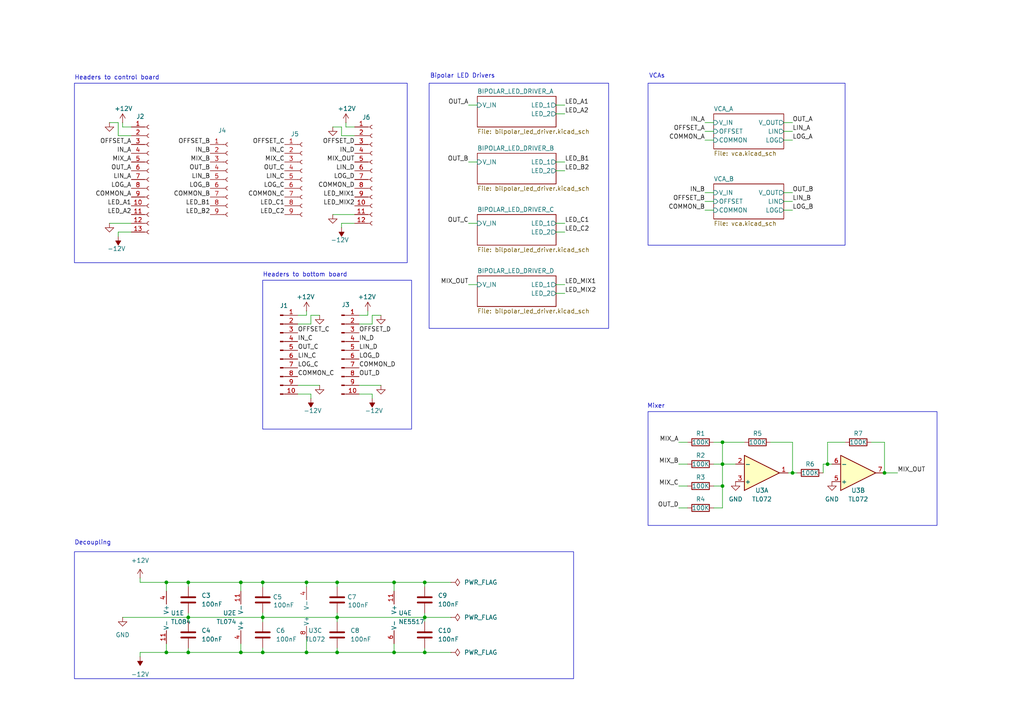
<source format=kicad_sch>
(kicad_sch (version 20250114) (generator "eeschema") (generator_version "9.0")
  (paper "A4")
  (lib_symbols
    (symbol "Connector:Conn_01x09_Socket" (pin_names (offset 1.016) (hide yes))
      (property "Reference" "J" (at 0 12.7 0))
      (property "Value" "Conn_01x09_Socket" (at 0 -12.7 0))
      (symbol "Conn_01x09_Socket_1_1"
        (polyline (pts (xy -1.27 10.16) (xy -0.508 10.16)) (stroke (width 0.1524)))
        (polyline (pts (xy -1.27 7.62) (xy -0.508 7.62)) (stroke (width 0.1524)))
        (polyline (pts (xy -1.27 5.08) (xy -0.508 5.08)) (stroke (width 0.1524)))
        (polyline (pts (xy -1.27 2.54) (xy -0.508 2.54)) (stroke (width 0.1524)))
        (polyline (pts (xy -1.27 0) (xy -0.508 0)) (stroke (width 0.1524)))
        (polyline (pts (xy -1.27 -2.54) (xy -0.508 -2.54)) (stroke (width 0.1524)))
        (polyline (pts (xy -1.27 -5.08) (xy -0.508 -5.08)) (stroke (width 0.1524)))
        (polyline (pts (xy -1.27 -7.62) (xy -0.508 -7.62)) (stroke (width 0.1524)))
        (polyline (pts (xy -1.27 -10.16) (xy -0.508 -10.16)) (stroke (width 0.1524)))
        (arc (start 0 9.652) (mid -0.5058 10.16) (end 0 10.668) (stroke (width 0.1524)))
        (arc (start 0 7.112) (mid -0.5058 7.62) (end 0 8.128) (stroke (width 0.1524)))
        (arc (start 0 4.572) (mid -0.5058 5.08) (end 0 5.588) (stroke (width 0.1524)))
        (arc (start 0 2.032) (mid -0.5058 2.54) (end 0 3.048) (stroke (width 0.1524)))
        (arc (start 0 -0.508) (mid -0.5058 0) (end 0 0.508) (stroke (width 0.1524)))
        (arc (start 0 -3.048) (mid -0.5058 -2.54) (end 0 -2.032) (stroke (width 0.1524)))
        (arc (start 0 -5.588) (mid -0.5058 -5.08) (end 0 -4.572) (stroke (width 0.1524)))
        (arc (start 0 -8.128) (mid -0.5058 -7.62) (end 0 -7.112) (stroke (width 0.1524)))
        (arc (start 0 -10.668) (mid -0.5058 -10.16) (end 0 -9.652) (stroke (width 0.1524)))
        (pin passive line (at -5.08 10.16 0) (length 3.81) (name "Pin_1") (number "1"))
        (pin passive line (at -5.08 7.62 0) (length 3.81) (name "Pin_2") (number "2"))
        (pin passive line (at -5.08 5.08 0) (length 3.81) (name "Pin_3") (number "3"))
        (pin passive line (at -5.08 2.54 0) (length 3.81) (name "Pin_4") (number "4"))
        (pin passive line (at -5.08 0 0) (length 3.81) (name "Pin_5") (number "5"))
        (pin passive line (at -5.08 -2.54 0) (length 3.81) (name "Pin_6") (number "6"))
        (pin passive line (at -5.08 -5.08 0) (length 3.81) (name "Pin_7") (number "7"))
        (pin passive line (at -5.08 -7.62 0) (length 3.81) (name "Pin_8") (number "8"))
        (pin passive line (at -5.08 -10.16 0) (length 3.81) (name "Pin_9") (number "9"))
      )
    )
    (symbol "Connector:Conn_01x10_Pin" (pin_names (offset 1.016) (hide yes))
      (property "Reference" "J" (at 0 12.7 0))
      (property "Value" "Conn_01x10_Pin" (at 0 -15.24 0))
      (symbol "Conn_01x10_Pin_1_1"
        (rectangle (start 0.8636 10.287) (end 0 10.033) (stroke (width 0.1524)) (fill (type outline)))
        (rectangle (start 0.8636 7.747) (end 0 7.493) (stroke (width 0.1524)) (fill (type outline)))
        (rectangle (start 0.8636 5.207) (end 0 4.953) (stroke (width 0.1524)) (fill (type outline)))
        (rectangle (start 0.8636 2.667) (end 0 2.413) (stroke (width 0.1524)) (fill (type outline)))
        (rectangle (start 0.8636 0.127) (end 0 -0.127) (stroke (width 0.1524)) (fill (type outline)))
        (rectangle (start 0.8636 -2.413) (end 0 -2.667) (stroke (width 0.1524)) (fill (type outline)))
        (rectangle (start 0.8636 -4.953) (end 0 -5.207) (stroke (width 0.1524)) (fill (type outline)))
        (rectangle (start 0.8636 -7.493) (end 0 -7.747) (stroke (width 0.1524)) (fill (type outline)))
        (rectangle (start 0.8636 -10.033) (end 0 -10.287) (stroke (width 0.1524)) (fill (type outline)))
        (rectangle (start 0.8636 -12.573) (end 0 -12.827) (stroke (width 0.1524)) (fill (type outline)))
        (polyline (pts (xy 1.27 10.16) (xy 0.8636 10.16)) (stroke (width 0.1524)))
        (polyline (pts (xy 1.27 7.62) (xy 0.8636 7.62)) (stroke (width 0.1524)))
        (polyline (pts (xy 1.27 5.08) (xy 0.8636 5.08)) (stroke (width 0.1524)))
        (polyline (pts (xy 1.27 2.54) (xy 0.8636 2.54)) (stroke (width 0.1524)))
        (polyline (pts (xy 1.27 0) (xy 0.8636 0)) (stroke (width 0.1524)))
        (polyline (pts (xy 1.27 -2.54) (xy 0.8636 -2.54)) (stroke (width 0.1524)))
        (polyline (pts (xy 1.27 -5.08) (xy 0.8636 -5.08)) (stroke (width 0.1524)))
        (polyline (pts (xy 1.27 -7.62) (xy 0.8636 -7.62)) (stroke (width 0.1524)))
        (polyline (pts (xy 1.27 -10.16) (xy 0.8636 -10.16)) (stroke (width 0.1524)))
        (polyline (pts (xy 1.27 -12.7) (xy 0.8636 -12.7)) (stroke (width 0.1524)))
        (pin passive line (at 5.08 10.16 180) (length 3.81) (name "Pin_1") (number "1"))
        (pin passive line (at 5.08 7.62 180) (length 3.81) (name "Pin_2") (number "2"))
        (pin passive line (at 5.08 5.08 180) (length 3.81) (name "Pin_3") (number "3"))
        (pin passive line (at 5.08 2.54 180) (length 3.81) (name "Pin_4") (number "4"))
        (pin passive line (at 5.08 0 180) (length 3.81) (name "Pin_5") (number "5"))
        (pin passive line (at 5.08 -2.54 180) (length 3.81) (name "Pin_6") (number "6"))
        (pin passive line (at 5.08 -5.08 180) (length 3.81) (name "Pin_7") (number "7"))
        (pin passive line (at 5.08 -7.62 180) (length 3.81) (name "Pin_8") (number "8"))
        (pin passive line (at 5.08 -10.16 180) (length 3.81) (name "Pin_9") (number "9"))
        (pin passive line (at 5.08 -12.7 180) (length 3.81) (name "Pin_10") (number "10"))
      )
    )
    (symbol "Connector:Conn_01x12_Socket" (pin_names (offset 1.016) (hide yes))
      (property "Reference" "J" (at 0 15.24 0))
      (property "Value" "Conn_01x12_Socket" (at 0 -17.78 0))
      (symbol "Conn_01x12_Socket_1_1"
        (polyline (pts (xy -1.27 12.7) (xy -0.508 12.7)) (stroke (width 0.1524)))
        (polyline (pts (xy -1.27 10.16) (xy -0.508 10.16)) (stroke (width 0.1524)))
        (polyline (pts (xy -1.27 7.62) (xy -0.508 7.62)) (stroke (width 0.1524)))
        (polyline (pts (xy -1.27 5.08) (xy -0.508 5.08)) (stroke (width 0.1524)))
        (polyline (pts (xy -1.27 2.54) (xy -0.508 2.54)) (stroke (width 0.1524)))
        (polyline (pts (xy -1.27 0) (xy -0.508 0)) (stroke (width 0.1524)))
        (polyline (pts (xy -1.27 -2.54) (xy -0.508 -2.54)) (stroke (width 0.1524)))
        (polyline (pts (xy -1.27 -5.08) (xy -0.508 -5.08)) (stroke (width 0.1524)))
        (polyline (pts (xy -1.27 -7.62) (xy -0.508 -7.62)) (stroke (width 0.1524)))
        (polyline (pts (xy -1.27 -10.16) (xy -0.508 -10.16)) (stroke (width 0.1524)))
        (polyline (pts (xy -1.27 -12.7) (xy -0.508 -12.7)) (stroke (width 0.1524)))
        (polyline (pts (xy -1.27 -15.24) (xy -0.508 -15.24)) (stroke (width 0.1524)))
        (arc (start 0 12.192) (mid -0.5058 12.7) (end 0 13.208) (stroke (width 0.1524)))
        (arc (start 0 9.652) (mid -0.5058 10.16) (end 0 10.668) (stroke (width 0.1524)))
        (arc (start 0 7.112) (mid -0.5058 7.62) (end 0 8.128) (stroke (width 0.1524)))
        (arc (start 0 4.572) (mid -0.5058 5.08) (end 0 5.588) (stroke (width 0.1524)))
        (arc (start 0 2.032) (mid -0.5058 2.54) (end 0 3.048) (stroke (width 0.1524)))
        (arc (start 0 -0.508) (mid -0.5058 0) (end 0 0.508) (stroke (width 0.1524)))
        (arc (start 0 -3.048) (mid -0.5058 -2.54) (end 0 -2.032) (stroke (width 0.1524)))
        (arc (start 0 -5.588) (mid -0.5058 -5.08) (end 0 -4.572) (stroke (width 0.1524)))
        (arc (start 0 -8.128) (mid -0.5058 -7.62) (end 0 -7.112) (stroke (width 0.1524)))
        (arc (start 0 -10.668) (mid -0.5058 -10.16) (end 0 -9.652) (stroke (width 0.1524)))
        (arc (start 0 -13.208) (mid -0.5058 -12.7) (end 0 -12.192) (stroke (width 0.1524)))
        (arc (start 0 -15.748) (mid -0.5058 -15.24) (end 0 -14.732) (stroke (width 0.1524)))
        (pin passive line (at -5.08 12.7 0) (length 3.81) (name "Pin_1") (number "1"))
        (pin passive line (at -5.08 10.16 0) (length 3.81) (name "Pin_2") (number "2"))
        (pin passive line (at -5.08 7.62 0) (length 3.81) (name "Pin_3") (number "3"))
        (pin passive line (at -5.08 5.08 0) (length 3.81) (name "Pin_4") (number "4"))
        (pin passive line (at -5.08 2.54 0) (length 3.81) (name "Pin_5") (number "5"))
        (pin passive line (at -5.08 0 0) (length 3.81) (name "Pin_6") (number "6"))
        (pin passive line (at -5.08 -2.54 0) (length 3.81) (name "Pin_7") (number "7"))
        (pin passive line (at -5.08 -5.08 0) (length 3.81) (name "Pin_8") (number "8"))
        (pin passive line (at -5.08 -7.62 0) (length 3.81) (name "Pin_9") (number "9"))
        (pin passive line (at -5.08 -10.16 0) (length 3.81) (name "Pin_10") (number "10"))
        (pin passive line (at -5.08 -12.7 0) (length 3.81) (name "Pin_11") (number "11"))
        (pin passive line (at -5.08 -15.24 0) (length 3.81) (name "Pin_12") (number "12"))
      )
    )
    (symbol "Connector:Conn_01x13_Socket" (pin_names (offset 1.016) (hide yes))
      (property "Reference" "J" (at 0 17.78 0))
      (property "Value" "Conn_01x13_Socket" (at 0 -17.78 0))
      (symbol "Conn_01x13_Socket_1_1"
        (polyline (pts (xy -1.27 15.24) (xy -0.508 15.24)) (stroke (width 0.1524)))
        (polyline (pts (xy -1.27 12.7) (xy -0.508 12.7)) (stroke (width 0.1524)))
        (polyline (pts (xy -1.27 10.16) (xy -0.508 10.16)) (stroke (width 0.1524)))
        (polyline (pts (xy -1.27 7.62) (xy -0.508 7.62)) (stroke (width 0.1524)))
        (polyline (pts (xy -1.27 5.08) (xy -0.508 5.08)) (stroke (width 0.1524)))
        (polyline (pts (xy -1.27 2.54) (xy -0.508 2.54)) (stroke (width 0.1524)))
        (polyline (pts (xy -1.27 0) (xy -0.508 0)) (stroke (width 0.1524)))
        (polyline (pts (xy -1.27 -2.54) (xy -0.508 -2.54)) (stroke (width 0.1524)))
        (polyline (pts (xy -1.27 -5.08) (xy -0.508 -5.08)) (stroke (width 0.1524)))
        (polyline (pts (xy -1.27 -7.62) (xy -0.508 -7.62)) (stroke (width 0.1524)))
        (polyline (pts (xy -1.27 -10.16) (xy -0.508 -10.16)) (stroke (width 0.1524)))
        (polyline (pts (xy -1.27 -12.7) (xy -0.508 -12.7)) (stroke (width 0.1524)))
        (polyline (pts (xy -1.27 -15.24) (xy -0.508 -15.24)) (stroke (width 0.1524)))
        (arc (start 0 14.732) (mid -0.5058 15.24) (end 0 15.748) (stroke (width 0.1524)))
        (arc (start 0 12.192) (mid -0.5058 12.7) (end 0 13.208) (stroke (width 0.1524)))
        (arc (start 0 9.652) (mid -0.5058 10.16) (end 0 10.668) (stroke (width 0.1524)))
        (arc (start 0 7.112) (mid -0.5058 7.62) (end 0 8.128) (stroke (width 0.1524)))
        (arc (start 0 4.572) (mid -0.5058 5.08) (end 0 5.588) (stroke (width 0.1524)))
        (arc (start 0 2.032) (mid -0.5058 2.54) (end 0 3.048) (stroke (width 0.1524)))
        (arc (start 0 -0.508) (mid -0.5058 0) (end 0 0.508) (stroke (width 0.1524)))
        (arc (start 0 -3.048) (mid -0.5058 -2.54) (end 0 -2.032) (stroke (width 0.1524)))
        (arc (start 0 -5.588) (mid -0.5058 -5.08) (end 0 -4.572) (stroke (width 0.1524)))
        (arc (start 0 -8.128) (mid -0.5058 -7.62) (end 0 -7.112) (stroke (width 0.1524)))
        (arc (start 0 -10.668) (mid -0.5058 -10.16) (end 0 -9.652) (stroke (width 0.1524)))
        (arc (start 0 -13.208) (mid -0.5058 -12.7) (end 0 -12.192) (stroke (width 0.1524)))
        (arc (start 0 -15.748) (mid -0.5058 -15.24) (end 0 -14.732) (stroke (width 0.1524)))
        (pin passive line (at -5.08 15.24 0) (length 3.81) (name "Pin_1") (number "1"))
        (pin passive line (at -5.08 12.7 0) (length 3.81) (name "Pin_2") (number "2"))
        (pin passive line (at -5.08 10.16 0) (length 3.81) (name "Pin_3") (number "3"))
        (pin passive line (at -5.08 7.62 0) (length 3.81) (name "Pin_4") (number "4"))
        (pin passive line (at -5.08 5.08 0) (length 3.81) (name "Pin_5") (number "5"))
        (pin passive line (at -5.08 2.54 0) (length 3.81) (name "Pin_6") (number "6"))
        (pin passive line (at -5.08 0 0) (length 3.81) (name "Pin_7") (number "7"))
        (pin passive line (at -5.08 -2.54 0) (length 3.81) (name "Pin_8") (number "8"))
        (pin passive line (at -5.08 -5.08 0) (length 3.81) (name "Pin_9") (number "9"))
        (pin passive line (at -5.08 -7.62 0) (length 3.81) (name "Pin_10") (number "10"))
        (pin passive line (at -5.08 -10.16 0) (length 3.81) (name "Pin_11") (number "11"))
        (pin passive line (at -5.08 -12.7 0) (length 3.81) (name "Pin_12") (number "12"))
        (pin passive line (at -5.08 -15.24 0) (length 3.81) (name "Pin_13") (number "13"))
      )
    )
    (symbol "Eurorack Common:C_100nF_50V_X7R_2.5mm" (pin_numbers (hide yes)) (pin_names (offset 0.254))
      (property "Reference" "C" (at 0.635 2.54 0))
      (property "Value" "100nF" (at 0.635 -2.54 0))
      (symbol "C_100nF_50V_X7R_2.5mm_0_1"
        (polyline (pts (xy -2.032 0.762) (xy 2.032 0.762)) (stroke (width 0.508)))
        (polyline (pts (xy -2.032 -0.762) (xy 2.032 -0.762)) (stroke (width 0.508)))
      )
      (symbol "C_100nF_50V_X7R_2.5mm_1_1"
        (pin passive line (at 0 3.81 270) (length 2.794) (name "~") (number "1"))
        (pin passive line (at 0 -3.81 90) (length 2.794) (name "~") (number "2"))
      )
    )
    (symbol "Eurorack Common:NE5517DR2G" (pin_names (offset 0.127))
      (property "Reference" "U" (at 3.81 5.08 0))
      (property "Value" "NE5517DR2G" (at 5.08 -5.08 0))
      (symbol "NE5517DR2G_1_1"
        (polyline (pts (xy 3.81 -0.635) (xy 3.81 -2.54) (xy 5.08 -2.54)))
        (polyline (pts (xy 5.08 0) (xy -5.08 -5.08) (xy -5.08 5.08) (xy 5.08 0)) (stroke (width 0.254)) (fill (type background)))
        (pin input line (at -7.62 2.54 0) (length 2.54) (name "-") (number "13"))
        (pin input line (at -7.62 0 0) (length 2.54) (name "DIODE_BIAS") (number "15"))
        (pin input line (at -7.62 -2.54 0) (length 2.54) (name "+") (number "14"))
        (pin output line (at 7.62 0 180) (length 2.54) (name "~") (number "12"))
        (pin input line (at 7.62 -2.54 180) (length 2.54) (name "~") (number "16"))
      )
      (symbol "NE5517DR2G_2_0"
        (polyline (pts (xy -1.905 2.54) (xy -3.175 2.54)))
      )
      (symbol "NE5517DR2G_2_1"
        (polyline (pts (xy -3.81 1.27) (xy -3.81 -1.27)))
        (polyline (pts (xy -3.81 0.635) (xy -2.54 1.27) (xy -2.54 1.905) (xy -2.54 2.54)))
        (polyline (pts (xy -3.81 -0.635) (xy -2.54 -1.27)))
        (circle (center -2.54 1.905) (radius 0.254) (stroke (width 0.254)) (fill (type outline)))
        (polyline (pts (xy -2.54 0) (xy -2.54 -2.54)))
        (polyline (pts (xy -2.54 -0.635) (xy -1.27 0) (xy -1.27 1.905) (xy -2.54 1.905)))
        (polyline (pts (xy -2.54 -1.27) (xy -3.175 -0.635) (xy -3.175 -1.27) (xy -2.54 -1.27)) (fill (type outline)))
        (polyline (pts (xy -2.54 -1.905) (xy -1.27 -2.54)))
        (polyline (pts (xy -1.27 -2.54) (xy -1.905 -1.905) (xy -1.905 -2.54) (xy -1.27 -2.54)) (fill (type outline)))
        (text "V+" (at -2.54 3.81 0) (effects (font (size 1.27 1.27))))
        (pin input line (at -7.62 0 0) (length 3.81) (name "~") (number "10"))
        (pin output line (at 2.54 -2.54 180) (length 3.81) (name "~") (number "9"))
      )
      (symbol "NE5517DR2G_3_1"
        (polyline (pts (xy 3.81 -0.635) (xy 3.81 -2.54) (xy 5.08 -2.54)))
        (polyline (pts (xy 5.08 0) (xy -5.08 -5.08) (xy -5.08 5.08) (xy 5.08 0)) (stroke (width 0.254)) (fill (type background)))
        (pin input line (at -7.62 2.54 0) (length 2.54) (name "-") (number "4"))
        (pin input line (at -7.62 0 0) (length 2.54) (name "DIODE_BIAS") (number "2"))
        (pin input line (at -7.62 -2.54 0) (length 2.54) (name "+") (number "3"))
        (pin output line (at 7.62 0 180) (length 2.54) (name "~") (number "5"))
        (pin input line (at 7.62 -2.54 180) (length 2.54) (name "~") (number "1"))
      )
      (symbol "NE5517DR2G_4_0"
        (polyline (pts (xy -3.175 2.54) (xy -1.905 2.54)))
        (text "V+" (at -2.54 3.81 0) (effects (font (size 1.27 1.27))))
      )
      (symbol "NE5517DR2G_4_1"
        (polyline (pts (xy -3.81 1.27) (xy -3.81 -1.27)))
        (polyline (pts (xy -3.81 0.635) (xy -2.54 1.27) (xy -2.54 2.54)))
        (polyline (pts (xy -3.81 -0.635) (xy -2.54 -1.27)))
        (circle (center -2.54 1.905) (radius 0.254) (stroke (width 0.254)) (fill (type outline)))
        (polyline (pts (xy -2.54 0) (xy -2.54 -2.54)))
        (polyline (pts (xy -2.54 -0.635) (xy -1.27 0) (xy -1.27 1.905) (xy -2.54 1.905)))
        (polyline (pts (xy -2.54 -1.27) (xy -3.175 -0.635) (xy -3.175 -1.27) (xy -2.54 -1.27)) (fill (type outline)))
        (polyline (pts (xy -2.54 -1.905) (xy -1.27 -2.54)))
        (polyline (pts (xy -1.27 -2.54) (xy -1.905 -1.905) (xy -1.905 -2.54) (xy -1.27 -2.54)) (fill (type outline)))
        (pin input line (at -7.62 0 0) (length 3.81) (name "~") (number "7"))
        (pin output line (at 2.54 -2.54 180) (length 3.81) (name "~") (number "8"))
      )
      (symbol "NE5517DR2G_5_1"
        (pin power_in line (at -2.54 7.62 270) (length 3.81) (name "V+") (number "11"))
        (pin power_in line (at -2.54 -7.62 90) (length 3.81) (name "V-") (number "6"))
      )
    )
    (symbol "Eurorack Common:R_DIN0207" (pin_numbers (hide yes)) (pin_names (offset 0))
      (property "Reference" "R" (at 2.032 0 90))
      (property "Value" "R" (at 0 0 90))
      (symbol "R_DIN0207_0_1"
        (rectangle (start -1.016 2.54) (end 1.016 -2.54) (stroke (width 0.254)))
      )
      (symbol "R_DIN0207_1_1"
        (pin passive line (at 0 3.81 270) (length 1.27) (name "~") (number "1"))
        (pin passive line (at 0 -3.81 90) (length 1.27) (name "~") (number "2"))
      )
    )
    (symbol "Eurorack Common:TL072IP" (pin_names (offset 0.127))
      (property "Reference" "U" (at 0 5.08 0))
      (property "Value" "TL072IP" (at 0 -5.08 0))
      (symbol "TL072IP_1_1"
        (polyline (pts (xy -5.08 5.08) (xy 5.08 0) (xy -5.08 -5.08) (xy -5.08 5.08)) (stroke (width 0.254)) (fill (type background)))
        (pin input line (at -7.62 2.54 0) (length 2.54) (name "+") (number "3"))
        (pin input line (at -7.62 -2.54 0) (length 2.54) (name "-") (number "2"))
        (pin output line (at 7.62 0 180) (length 2.54) (name "~") (number "1"))
      )
      (symbol "TL072IP_2_1"
        (polyline (pts (xy -5.08 5.08) (xy 5.08 0) (xy -5.08 -5.08) (xy -5.08 5.08)) (stroke (width 0.254)) (fill (type background)))
        (pin input line (at -7.62 2.54 0) (length 2.54) (name "+") (number "5"))
        (pin input line (at -7.62 -2.54 0) (length 2.54) (name "-") (number "6"))
        (pin output line (at 7.62 0 180) (length 2.54) (name "~") (number "7"))
      )
      (symbol "TL072IP_3_1"
        (pin power_in line (at -2.54 7.62 270) (length 3.81) (name "V+") (number "8"))
        (pin power_in line (at -2.54 -7.62 90) (length 3.81) (name "V-") (number "4"))
      )
    )
    (symbol "Eurorack Common:TL074CN" (pin_names (offset 0.127))
      (property "Reference" "U" (at 0 5.08 0))
      (property "Value" "TL074" (at 0 -5.08 0))
      (symbol "TL074CN_1_1"
        (polyline (pts (xy -5.08 5.08) (xy 5.08 0) (xy -5.08 -5.08) (xy -5.08 5.08)) (stroke (width 0.254)) (fill (type background)))
        (pin input line (at -7.62 2.54 0) (length 2.54) (name "+") (number "3"))
        (pin input line (at -7.62 -2.54 0) (length 2.54) (name "-") (number "2"))
        (pin output line (at 7.62 0 180) (length 2.54) (name "~") (number "1"))
      )
      (symbol "TL074CN_2_1"
        (polyline (pts (xy -5.08 5.08) (xy 5.08 0) (xy -5.08 -5.08) (xy -5.08 5.08)) (stroke (width 0.254)) (fill (type background)))
        (pin input line (at -7.62 2.54 0) (length 2.54) (name "+") (number "5"))
        (pin input line (at -7.62 -2.54 0) (length 2.54) (name "-") (number "6"))
        (pin output line (at 7.62 0 180) (length 2.54) (name "~") (number "7"))
      )
      (symbol "TL074CN_3_1"
        (polyline (pts (xy -5.08 5.08) (xy 5.08 0) (xy -5.08 -5.08) (xy -5.08 5.08)) (stroke (width 0.254)) (fill (type background)))
        (pin input line (at -7.62 2.54 0) (length 2.54) (name "+") (number "10"))
        (pin input line (at -7.62 -2.54 0) (length 2.54) (name "-") (number "9"))
        (pin output line (at 7.62 0 180) (length 2.54) (name "~") (number "8"))
      )
      (symbol "TL074CN_4_1"
        (polyline (pts (xy -5.08 5.08) (xy 5.08 0) (xy -5.08 -5.08) (xy -5.08 5.08)) (stroke (width 0.254)) (fill (type background)))
        (pin input line (at -7.62 2.54 0) (length 2.54) (name "+") (number "12"))
        (pin input line (at -7.62 -2.54 0) (length 2.54) (name "-") (number "13"))
        (pin output line (at 7.62 0 180) (length 2.54) (name "~") (number "14"))
      )
      (symbol "TL074CN_5_1"
        (pin power_in line (at -2.54 7.62 270) (length 3.81) (name "V+") (number "4"))
        (pin power_in line (at -2.54 -7.62 90) (length 3.81) (name "V-") (number "11"))
      )
    )
    (symbol "Eurorack Common:TL084HIDYYR" (pin_names (offset 0.127))
      (property "Reference" "U" (at 0 5.08 0))
      (property "Value" "TL084" (at 0 -5.08 0))
      (symbol "TL084HIDYYR_1_1"
        (polyline (pts (xy -5.08 5.08) (xy 5.08 0) (xy -5.08 -5.08) (xy -5.08 5.08)) (stroke (width 0.254)) (fill (type background)))
        (pin input line (at -7.62 2.54 0) (length 2.54) (name "+") (number "3"))
        (pin input line (at -7.62 -2.54 0) (length 2.54) (name "-") (number "2"))
        (pin output line (at 7.62 0 180) (length 2.54) (name "~") (number "1"))
      )
      (symbol "TL084HIDYYR_2_1"
        (polyline (pts (xy -5.08 5.08) (xy 5.08 0) (xy -5.08 -5.08) (xy -5.08 5.08)) (stroke (width 0.254)) (fill (type background)))
        (pin input line (at -7.62 2.54 0) (length 2.54) (name "+") (number "5"))
        (pin input line (at -7.62 -2.54 0) (length 2.54) (name "-") (number "6"))
        (pin output line (at 7.62 0 180) (length 2.54) (name "~") (number "7"))
      )
      (symbol "TL084HIDYYR_3_1"
        (polyline (pts (xy -5.08 5.08) (xy 5.08 0) (xy -5.08 -5.08) (xy -5.08 5.08)) (stroke (width 0.254)) (fill (type background)))
        (pin input line (at -7.62 2.54 0) (length 2.54) (name "+") (number "10"))
        (pin input line (at -7.62 -2.54 0) (length 2.54) (name "-") (number "9"))
        (pin output line (at 7.62 0 180) (length 2.54) (name "~") (number "8"))
      )
      (symbol "TL084HIDYYR_4_1"
        (polyline (pts (xy -5.08 5.08) (xy 5.08 0) (xy -5.08 -5.08) (xy -5.08 5.08)) (stroke (width 0.254)) (fill (type background)))
        (pin input line (at -7.62 2.54 0) (length 2.54) (name "+") (number "12"))
        (pin input line (at -7.62 -2.54 0) (length 2.54) (name "-") (number "13"))
        (pin output line (at 7.62 0 180) (length 2.54) (name "~") (number "14"))
      )
      (symbol "TL084HIDYYR_5_1"
        (pin power_in line (at -2.54 7.62 270) (length 3.81) (name "V+") (number "4"))
        (pin power_in line (at -2.54 -7.62 90) (length 3.81) (name "V-") (number "11"))
      )
    )
    (symbol "power:+12V" (power) (pin_numbers (hide yes)) (pin_names (offset 0) (hide yes))
      (property "Value" "+12V" (at 0 3.556 0))
      (symbol "+12V_0_1"
        (polyline (pts (xy -0.762 1.27) (xy 0 2.54)))
        (polyline (pts (xy 0 2.54) (xy 0.762 1.27)))
        (polyline (pts (xy 0 0) (xy 0 2.54)))
      )
      (symbol "+12V_1_1"
        (pin power_in line (at 0 0 90) (length 0) (name "~") (number "1"))
      )
    )
    (symbol "power:-12V" (power) (pin_numbers (hide yes)) (pin_names (offset 0) (hide yes))
      (property "Value" "-12V" (at 0 3.556 0))
      (symbol "-12V_0_0"
        (pin power_in line (at 0 0 90) (length 0) (name "~") (number "1"))
      )
      (symbol "-12V_0_1"
        (polyline (pts (xy 0 0) (xy 0 1.27) (xy 0.762 1.27) (xy 0 2.54) (xy -0.762 1.27) (xy 0 1.27)) (fill (type outline)))
      )
    )
    (symbol "power:GND" (power) (pin_numbers (hide yes)) (pin_names (offset 0) (hide yes))
      (property "Value" "GND" (at 0 -3.81 0))
      (symbol "GND_0_1"
        (polyline (pts (xy 0 0) (xy 0 -1.27) (xy 1.27 -1.27) (xy 0 -2.54) (xy -1.27 -1.27) (xy 0 -1.27)))
      )
      (symbol "GND_1_1"
        (pin power_in line (at 0 0 270) (length 0) (name "~") (number "1"))
      )
    )
    (symbol "power:PWR_FLAG" (power) (pin_numbers (hide yes)) (pin_names (offset 0) (hide yes))
      (property "Value" "PWR_FLAG" (at 0 3.81 0))
      (symbol "PWR_FLAG_0_0"
        (pin power_out line (at 0 0 90) (length 0) (name "~") (number "1"))
      )
      (symbol "PWR_FLAG_0_1"
        (polyline (pts (xy 0 0) (xy 0 1.27) (xy -1.016 1.905) (xy 0 2.54) (xy 1.016 1.905) (xy 0 1.27)))
      )
    )
  )
  (rectangle (start 76.2 81.28) (end 119.38 124.46))
  (rectangle (start 187.96 119.38) (end 271.78 152.4))
  (rectangle (start 124.46 24.13) (end 176.53 95.25))
  (rectangle (start 21.59 160.02) (end 166.37 196.85))
  (rectangle (start 187.96 24.13) (end 245.11 71.12))
  (rectangle (start 21.59 24.13) (end 118.11 76.2))
  (text "VCAs" (at 188.214 22.098 0) (effects (font (size 1.27 1.27)) (justify left)))
  (text "Mixer" (at 187.706 117.856 0) (effects (font (size 1.27 1.27)) (justify left)))
  (text "Headers to bottom board" (at 76.2 79.756 0) (effects (font (size 1.27 1.27)) (justify left)))
  (text "Bipolar LED Drivers" (at 124.714 22.098 0) (effects (font (size 1.27 1.27)) (justify left)))
  (text "Decoupling" (at 21.59 157.48 0) (effects (font (size 1.27 1.27)) (justify left)))
  (text "Headers to control board" (at 21.59 22.606 0) (effects (font (size 1.27 1.27)) (justify left)))
  (junction (at 69.85 168.91))
  (junction (at 54.61 179.07))
  (junction (at 69.85 189.23))
  (junction (at 123.19 179.07))
  (junction (at 240.03 134.62))
  (junction (at 48.26 168.91))
  (junction (at 54.61 189.23))
  (junction (at 114.3 189.23))
  (junction (at 114.3 168.91))
  (junction (at 229.87 137.16))
  (junction (at 97.79 179.07))
  (junction (at 209.55 128.27))
  (junction (at 88.9 168.91))
  (junction (at 76.2 179.07))
  (junction (at 76.2 168.91))
  (junction (at 123.19 168.91))
  (junction (at 48.26 189.23))
  (junction (at 54.61 168.91))
  (junction (at 97.79 168.91))
  (junction (at 209.55 134.62))
  (junction (at 76.2 189.23))
  (junction (at 209.55 140.97))
  (junction (at 97.79 189.23))
  (junction (at 88.9 189.23))
  (junction (at 256.54 137.16))
  (junction (at 123.19 189.23))
  (wire (pts (xy 204.47 40.64) (xy 207.01 40.64)))
  (wire (pts (xy 229.87 137.16) (xy 228.6 137.16)))
  (wire (pts (xy 107.95 115.57) (xy 107.95 114.3)))
  (wire (pts (xy 209.55 128.27) (xy 209.55 134.62)))
  (wire (pts (xy 54.61 189.23) (xy 54.61 187.96)))
  (wire (pts (xy 161.29 30.48) (xy 163.83 30.48)))
  (wire (pts (xy 209.55 134.62) (xy 209.55 140.97)))
  (wire (pts (xy 161.29 82.55) (xy 163.83 82.55)))
  (wire (pts (xy 90.17 114.3) (xy 86.36 114.3)))
  (wire (pts (xy 54.61 189.23) (xy 69.85 189.23)))
  (wire (pts (xy 240.03 134.62) (xy 241.3 134.62)))
  (wire (pts (xy 76.2 179.07) (xy 76.2 180.34)))
  (wire (pts (xy 104.14 91.44) (xy 106.68 91.44)))
  (wire (pts (xy 123.19 177.8) (xy 123.19 179.07)))
  (wire (pts (xy 104.14 111.76) (xy 110.49 111.76)))
  (wire (pts (xy 135.89 64.77) (xy 138.43 64.77)))
  (wire (pts (xy 102.87 39.37) (xy 99.06 39.37)))
  (wire (pts (xy 90.17 91.44) (xy 92.71 91.44)))
  (wire (pts (xy 54.61 179.07) (xy 54.61 180.34)))
  (wire (pts (xy 97.79 179.07) (xy 123.19 179.07)))
  (wire (pts (xy 161.29 49.53) (xy 163.83 49.53)))
  (wire (pts (xy 209.55 134.62) (xy 213.36 134.62)))
  (wire (pts (xy 196.85 147.32) (xy 199.39 147.32)))
  (wire (pts (xy 76.2 168.91) (xy 76.2 170.18)))
  (wire (pts (xy 88.9 189.23) (xy 97.79 189.23)))
  (wire (pts (xy 88.9 91.44) (xy 88.9 90.17)))
  (wire (pts (xy 227.33 58.42) (xy 229.87 58.42)))
  (wire (pts (xy 240.03 134.62) (xy 240.03 128.27)))
  (wire (pts (xy 40.64 167.64) (xy 40.64 168.91)))
  (wire (pts (xy 34.29 68.58) (xy 34.29 67.31)))
  (wire (pts (xy 227.33 38.1) (xy 229.87 38.1)))
  (wire (pts (xy 38.1 64.77) (xy 31.75 64.77)))
  (wire (pts (xy 76.2 189.23) (xy 88.9 189.23)))
  (wire (pts (xy 38.1 39.37) (xy 34.29 39.37)))
  (wire (pts (xy 102.87 36.83) (xy 100.33 36.83)))
  (wire (pts (xy 99.06 66.04) (xy 99.06 64.77)))
  (wire (pts (xy 123.19 168.91) (xy 130.81 168.91)))
  (wire (pts (xy 161.29 46.99) (xy 163.83 46.99)))
  (wire (pts (xy 107.95 114.3) (xy 104.14 114.3)))
  (wire (pts (xy 90.17 115.57) (xy 90.17 114.3)))
  (wire (pts (xy 123.19 179.07) (xy 123.19 180.34)))
  (wire (pts (xy 86.36 91.44) (xy 88.9 91.44)))
  (wire (pts (xy 90.17 93.98) (xy 90.17 91.44)))
  (wire (pts (xy 48.26 186.69) (xy 48.26 189.23)))
  (wire (pts (xy 54.61 177.8) (xy 54.61 179.07)))
  (wire (pts (xy 107.95 91.44) (xy 110.49 91.44)))
  (wire (pts (xy 88.9 185.42) (xy 88.9 189.23)))
  (wire (pts (xy 99.06 39.37) (xy 99.06 36.83)))
  (wire (pts (xy 97.79 179.07) (xy 97.79 180.34)))
  (wire (pts (xy 135.89 46.99) (xy 138.43 46.99)))
  (wire (pts (xy 99.06 36.83) (xy 96.52 36.83)))
  (wire (pts (xy 97.79 189.23) (xy 114.3 189.23)))
  (wire (pts (xy 104.14 93.98) (xy 107.95 93.98)))
  (wire (pts (xy 207.01 134.62) (xy 209.55 134.62)))
  (wire (pts (xy 114.3 189.23) (xy 123.19 189.23)))
  (wire (pts (xy 76.2 189.23) (xy 76.2 187.96)))
  (wire (pts (xy 229.87 128.27) (xy 229.87 137.16)))
  (wire (pts (xy 86.36 111.76) (xy 92.71 111.76)))
  (wire (pts (xy 86.36 93.98) (xy 90.17 93.98)))
  (wire (pts (xy 196.85 128.27) (xy 199.39 128.27)))
  (wire (pts (xy 223.52 128.27) (xy 229.87 128.27)))
  (wire (pts (xy 48.26 168.91) (xy 48.26 171.45)))
  (wire (pts (xy 229.87 137.16) (xy 231.14 137.16)))
  (wire (pts (xy 227.33 60.96) (xy 229.87 60.96)))
  (wire (pts (xy 54.61 179.07) (xy 76.2 179.07)))
  (wire (pts (xy 209.55 140.97) (xy 209.55 147.32)))
  (wire (pts (xy 135.89 30.48) (xy 138.43 30.48)))
  (wire (pts (xy 107.95 93.98) (xy 107.95 91.44)))
  (wire (pts (xy 209.55 140.97) (xy 207.01 140.97)))
  (wire (pts (xy 209.55 147.32) (xy 207.01 147.32)))
  (wire (pts (xy 106.68 91.44) (xy 106.68 90.17)))
  (wire (pts (xy 204.47 58.42) (xy 207.01 58.42)))
  (wire (pts (xy 238.76 134.62) (xy 240.03 134.62)))
  (wire (pts (xy 69.85 168.91) (xy 76.2 168.91)))
  (wire (pts (xy 227.33 55.88) (xy 229.87 55.88)))
  (wire (pts (xy 97.79 168.91) (xy 97.79 170.18)))
  (wire (pts (xy 123.19 179.07) (xy 130.81 179.07)))
  (wire (pts (xy 204.47 38.1) (xy 207.01 38.1)))
  (wire (pts (xy 69.85 189.23) (xy 76.2 189.23)))
  (wire (pts (xy 114.3 168.91) (xy 123.19 168.91)))
  (wire (pts (xy 100.33 36.83) (xy 100.33 35.56)))
  (wire (pts (xy 114.3 168.91) (xy 114.3 171.45)))
  (wire (pts (xy 34.29 39.37) (xy 34.29 35.56)))
  (wire (pts (xy 204.47 60.96) (xy 207.01 60.96)))
  (wire (pts (xy 204.47 35.56) (xy 207.01 35.56)))
  (wire (pts (xy 76.2 177.8) (xy 76.2 179.07)))
  (wire (pts (xy 238.76 134.62) (xy 238.76 137.16)))
  (wire (pts (xy 102.87 62.23) (xy 96.52 62.23)))
  (wire (pts (xy 196.85 140.97) (xy 199.39 140.97)))
  (wire (pts (xy 40.64 168.91) (xy 48.26 168.91)))
  (wire (pts (xy 97.79 168.91) (xy 114.3 168.91)))
  (wire (pts (xy 48.26 168.91) (xy 54.61 168.91)))
  (wire (pts (xy 161.29 67.31) (xy 163.83 67.31)))
  (wire (pts (xy 196.85 134.62) (xy 199.39 134.62)))
  (wire (pts (xy 161.29 33.02) (xy 163.83 33.02)))
  (wire (pts (xy 54.61 168.91) (xy 54.61 170.18)))
  (wire (pts (xy 256.54 128.27) (xy 256.54 137.16)))
  (wire (pts (xy 123.19 168.91) (xy 123.19 170.18)))
  (wire (pts (xy 97.79 177.8) (xy 97.79 179.07)))
  (wire (pts (xy 76.2 179.07) (xy 97.79 179.07)))
  (wire (pts (xy 161.29 85.09) (xy 163.83 85.09)))
  (wire (pts (xy 48.26 189.23) (xy 54.61 189.23)))
  (wire (pts (xy 88.9 168.91) (xy 88.9 170.18)))
  (wire (pts (xy 76.2 168.91) (xy 88.9 168.91)))
  (wire (pts (xy 209.55 128.27) (xy 215.9 128.27)))
  (wire (pts (xy 40.64 190.5) (xy 40.64 189.23)))
  (wire (pts (xy 38.1 36.83) (xy 35.56 36.83)))
  (wire (pts (xy 256.54 137.16) (xy 260.35 137.16)))
  (wire (pts (xy 252.73 128.27) (xy 256.54 128.27)))
  (wire (pts (xy 88.9 168.91) (xy 97.79 168.91)))
  (wire (pts (xy 35.56 179.07) (xy 54.61 179.07)))
  (wire (pts (xy 227.33 35.56) (xy 229.87 35.56)))
  (wire (pts (xy 69.85 186.69) (xy 69.85 189.23)))
  (wire (pts (xy 34.29 35.56) (xy 31.75 35.56)))
  (wire (pts (xy 240.03 128.27) (xy 245.11 128.27)))
  (wire (pts (xy 227.33 40.64) (xy 229.87 40.64)))
  (wire (pts (xy 69.85 168.91) (xy 69.85 171.45)))
  (wire (pts (xy 54.61 168.91) (xy 69.85 168.91)))
  (wire (pts (xy 35.56 36.83) (xy 35.56 35.56)))
  (wire (pts (xy 135.89 82.55) (xy 138.43 82.55)))
  (wire (pts (xy 99.06 64.77) (xy 102.87 64.77)))
  (wire (pts (xy 34.29 67.31) (xy 38.1 67.31)))
  (wire (pts (xy 123.19 189.23) (xy 130.81 189.23)))
  (wire (pts (xy 204.47 55.88) (xy 207.01 55.88)))
  (wire (pts (xy 123.19 189.23) (xy 123.19 187.96)))
  (wire (pts (xy 114.3 186.69) (xy 114.3 189.23)))
  (wire (pts (xy 97.79 189.23) (xy 97.79 187.96)))
  (wire (pts (xy 209.55 128.27) (xy 207.01 128.27)))
  (wire (pts (xy 161.29 64.77) (xy 163.83 64.77)))
  (wire (pts (xy 40.64 189.23) (xy 48.26 189.23)))
  (label "IN_A" (at 204.47 35.56 180))
  (label "OUT_B" (at 135.89 46.99 180))
  (label "LED_C2" (at 82.55 62.23 180))
  (label "COMMON_D" (at 102.87 54.61 180))
  (label "LED_C1" (at 163.83 64.77 0))
  (label "LOG_A" (at 38.1 54.61 180))
  (label "MIX_C" (at 196.85 140.97 180))
  (label "LIN_A" (at 229.87 38.1 0))
  (label "MIX_B" (at 196.85 134.62 180))
  (label "LED_MIX2" (at 163.83 85.09 0))
  (label "LOG_D" (at 104.14 104.14 0))
  (label "OUT_C" (at 135.89 64.77 180))
  (label "IN_C" (at 82.55 44.45 180))
  (label "OUT_A" (at 135.89 30.48 180))
  (label "COMMON_C" (at 82.55 57.15 180))
  (label "LOG_B" (at 60.96 54.61 180))
  (label "LIN_C" (at 86.36 104.14 0))
  (label "LED_A1" (at 38.1 59.69 180))
  (label "MIX_OUT" (at 135.89 82.55 180))
  (label "LED_B2" (at 163.83 49.53 0))
  (label "OUT_B" (at 60.96 49.53 180))
  (label "LOG_B" (at 229.87 60.96 0))
  (label "LOG_D" (at 102.87 52.07 180))
  (label "OFFSET_A" (at 38.1 41.91 180))
  (label "LED_C1" (at 82.55 59.69 180))
  (label "OFFSET_C" (at 82.55 41.91 180))
  (label "OUT_B" (at 229.87 55.88 0))
  (label "LED_A1" (at 163.83 30.48 0))
  (label "LIN_A" (at 38.1 52.07 180))
  (label "OUT_C" (at 82.55 49.53 180))
  (label "IN_D" (at 104.14 99.06 0))
  (label "LED_MIX1" (at 102.87 57.15 180))
  (label "LED_B1" (at 163.83 46.99 0))
  (label "LOG_C" (at 86.36 106.68 0))
  (label "COMMON_C" (at 86.36 109.22 0))
  (label "OFFSET_B" (at 60.96 41.91 180))
  (label "MIX_B" (at 60.96 46.99 180))
  (label "OFFSET_A" (at 204.47 38.1 180))
  (label "COMMON_A" (at 38.1 57.15 180))
  (label "LED_A2" (at 38.1 62.23 180))
  (label "LIN_D" (at 104.14 101.6 0))
  (label "LED_MIX2" (at 102.87 59.69 180))
  (label "LED_B2" (at 60.96 62.23 180))
  (label "MIX_OUT" (at 102.87 46.99 180))
  (label "OFFSET_D" (at 104.14 96.52 0))
  (label "OUT_A" (at 38.1 49.53 180))
  (label "LED_B1" (at 60.96 59.69 180))
  (label "OUT_A" (at 229.87 35.56 0))
  (label "LED_C2" (at 163.83 67.31 0))
  (label "LIN_C" (at 82.55 52.07 180))
  (label "LOG_C" (at 82.55 54.61 180))
  (label "IN_D" (at 102.87 44.45 180))
  (label "MIX_A" (at 38.1 46.99 180))
  (label "COMMON_D" (at 104.14 106.68 0))
  (label "LED_A2" (at 163.83 33.02 0))
  (label "OUT_D" (at 196.85 147.32 180))
  (label "COMMON_B" (at 60.96 57.15 180))
  (label "MIX_OUT" (at 260.35 137.16 0))
  (label "IN_B" (at 60.96 44.45 180))
  (label "LIN_B" (at 229.87 58.42 0))
  (label "OUT_C" (at 86.36 101.6 0))
  (label "OFFSET_B" (at 204.47 58.42 180))
  (label "LIN_D" (at 102.87 49.53 180))
  (label "COMMON_A" (at 204.47 40.64 180))
  (label "IN_A" (at 38.1 44.45 180))
  (label "LOG_A" (at 229.87 40.64 0))
  (label "MIX_A" (at 196.85 128.27 180))
  (label "OFFSET_C" (at 86.36 96.52 0))
  (label "LED_MIX1" (at 163.83 82.55 0))
  (label "OUT_D" (at 104.14 109.22 0))
  (label "OFFSET_D" (at 102.87 41.91 180))
  (label "MIX_C" (at 82.55 46.99 180))
  (label "IN_B" (at 204.47 55.88 180))
  (label "IN_C" (at 86.36 99.06 0))
  (label "LIN_B" (at 60.96 52.07 180))
  (label "COMMON_B" (at 204.47 60.96 180))
  (symbol (lib_id "Eurorack Common:C_100nF_50V_X7R_2.5mm") (at 54.61 173.99 0) (unit 1)
    (property "Reference" "C3" (at 58.42 172.7199 0) (effects (justify left)))
    (property "Value" "100nF" (at 58.42 175.2599 0) (effects (justify left)))
    (property "Footprint" "Eurorack Common:C_Disc_D3.4mm_W2.1mm_P2.50mm" (effects (hide yes)))
    (property "Description" "Unpolarized capacitor" (effects (hide yes)))
  )
  (symbol (lib_id "power:+12V") (at 35.56 35.56 0) (unit 1)
    (property "Reference" "#PWR08" (effects (hide yes)))
    (property "Value" "+12V" (at 35.814 31.496 0))
    (property "Description" "Power symbol creates a global label with name \"+12V\"" (effects (hide yes)))
  )
  (symbol (lib_id "Eurorack Common:TL084HIDYYR") (at 50.8 179.07 0) (unit 5)
    (property "Reference" "U1" (at 49.53 177.7999 0) (effects (justify left)))
    (property "Value" "TL084" (at 49.53 180.3399 0) (effects (justify left)))
    (property "Footprint" "Eurorack Common:Texas_DYY0014A_TSOT-23-14_2x4.2mm_P0.5mm" (effects (hide yes)))
    (property "Datasheet" "http://www.ti.com/lit/ds/symlink/tl084.pdf" (effects (hide yes)))
    (property "Description" "Low-Power, Quad-Operational Amplifiers, TSOT-23-14" (effects (hide yes)))
  )
  (symbol (lib_id "Eurorack Common:C_100nF_50V_X7R_2.5mm") (at 54.61 184.15 0) (unit 1)
    (property "Reference" "C4" (at 58.42 182.8799 0) (effects (justify left)))
    (property "Value" "100nF" (at 58.42 185.4199 0) (effects (justify left)))
    (property "Footprint" "Eurorack Common:C_Disc_D3.4mm_W2.1mm_P2.50mm" (effects (hide yes)))
    (property "Description" "Unpolarized capacitor" (effects (hide yes)))
  )
  (symbol (lib_id "power:-12V") (at 40.64 190.5 180) (unit 1)
    (property "Reference" "#PWR05" (effects (hide yes)))
    (property "Value" "-12V" (at 40.64 195.58 0))
    (property "Description" "Power symbol creates a global label with name \"-12V\"" (effects (hide yes)))
  )
  (symbol (lib_id "power:GND") (at 92.71 111.76 0) (mirror y) (unit 1)
    (property "Reference" "#PWR011" (effects (hide yes)))
    (property "Value" "GND" (effects (hide yes)))
    (property "Description" "Power symbol creates a global label with name \"GND\" , ground" (effects (hide yes)))
  )
  (symbol (lib_id "Eurorack Common:R_DIN0207") (at 203.2 140.97 90) (mirror x) (unit 1)
    (property "Reference" "R3" (at 203.2 138.43 90))
    (property "Value" "100K" (at 203.2 140.97 90))
    (property "Footprint" "Eurorack Common:R_Axial_DIN0207_L6.3mm_D2.5mm_P7.62mm_Horizontal" (effects (hide yes)))
    (property "Description" "Resistor" (effects (hide yes)))
  )
  (symbol (lib_id "power:-12V") (at 99.06 66.04 180) (unit 1)
    (property "Reference" "#PWR018" (effects (hide yes)))
    (property "Value" "-12V" (at 98.552 69.596 0))
    (property "Description" "Power symbol creates a global label with name \"-12V\"" (effects (hide yes)))
  )
  (symbol (lib_id "Eurorack Common:R_DIN0207") (at 219.71 128.27 90) (mirror x) (unit 1)
    (property "Reference" "R5" (at 219.71 125.73 90))
    (property "Value" "100K" (at 219.71 128.27 90))
    (property "Footprint" "Eurorack Common:R_Axial_DIN0207_L6.3mm_D2.5mm_P7.62mm_Horizontal" (effects (hide yes)))
    (property "Description" "Resistor" (effects (hide yes)))
  )
  (symbol (lib_id "power:GND") (at 96.52 62.23 0) (unit 1)
    (property "Reference" "#PWR017" (effects (hide yes)))
    (property "Value" "GND" (effects (hide yes)))
    (property "Description" "Power symbol creates a global label with name \"GND\" , ground" (effects (hide yes)))
  )
  (symbol (lib_id "Eurorack Common:C_100nF_50V_X7R_2.5mm") (at 123.19 173.99 0) (unit 1)
    (property "Reference" "C9" (at 127 172.7199 0) (effects (justify left)))
    (property "Value" "100nF" (at 127 175.2599 0) (effects (justify left)))
    (property "Footprint" "Eurorack Common:C_Disc_D3.4mm_W2.1mm_P2.50mm" (effects (hide yes)))
    (property "Description" "Unpolarized capacitor" (effects (hide yes)))
  )
  (symbol (lib_id "Connector:Conn_01x10_Pin") (at 81.28 101.6 0) (unit 1)
    (property "Reference" "J1" (at 83.566 88.646 0) (effects (justify right)))
    (property "Value" "01x10 Male Pin Header" (effects (hide yes)))
    (property "Footprint" "Connector_PinHeader_2.54mm:PinHeader_1x10_P2.54mm_Vertical" (effects (hide yes)))
    (property "Description" "Generic connector, single row, 01x10, script generated" (effects (hide yes)))
  )
  (symbol (lib_id "power:GND") (at 110.49 111.76 0) (mirror y) (unit 1)
    (property "Reference" "#PWR015" (effects (hide yes)))
    (property "Value" "GND" (effects (hide yes)))
    (property "Description" "Power symbol creates a global label with name \"GND\" , ground" (effects (hide yes)))
  )
  (symbol (lib_id "power:GND") (at 241.3 139.7 0) (mirror y) (unit 1)
    (property "Reference" "#PWR021" (effects (hide yes)))
    (property "Value" "GND" (at 241.3 144.78 0))
    (property "Description" "Power symbol creates a global label with name \"GND\" , ground" (effects (hide yes)))
  )
  (symbol (lib_id "Eurorack Common:TL072IP") (at 248.92 137.16 0) (mirror x) (unit 2)
    (property "Reference" "U3" (at 248.92 142.24 0))
    (property "Value" "TL072" (at 248.92 144.78 0))
    (property "Footprint" "Eurorack Common:DIP-8_W7.62mm" (effects (hide yes)))
    (property "Datasheet" "http://www.ti.com/lit/ds/symlink/tl072.pdf" (effects (hide yes)))
    (property "Description" "Dual Operational Amplifiers, DIP-8" (effects (hide yes)))
  )
  (symbol (lib_id "Connector:Conn_01x10_Pin") (at 99.06 101.6 0) (unit 1)
    (property "Reference" "J3" (at 99.06 88.392 0) (effects (justify left)))
    (property "Value" "01x10 Male Pin Header" (effects (hide yes)))
    (property "Footprint" "Connector_PinHeader_2.54mm:PinHeader_1x10_P2.54mm_Vertical" (effects (hide yes)))
    (property "Description" "Generic connector, single row, 01x10, script generated" (effects (hide yes)))
  )
  (symbol (lib_id "power:-12V") (at 90.17 115.57 0) (mirror x) (unit 1)
    (property "Reference" "#PWR09" (effects (hide yes)))
    (property "Value" "-12V" (at 90.678 119.126 0))
    (property "Description" "Power symbol creates a global label with name \"-12V\"" (effects (hide yes)))
  )
  (symbol (lib_id "power:-12V") (at 107.95 115.57 0) (mirror x) (unit 1)
    (property "Reference" "#PWR013" (effects (hide yes)))
    (property "Value" "-12V" (at 108.458 119.126 0))
    (property "Description" "Power symbol creates a global label with name \"-12V\"" (effects (hide yes)))
  )
  (symbol (lib_id "power:+12V") (at 106.68 90.17 0) (mirror y) (unit 1)
    (property "Reference" "#PWR012" (effects (hide yes)))
    (property "Value" "+12V" (at 106.426 86.106 0))
    (property "Description" "Power symbol creates a global label with name \"+12V\"" (effects (hide yes)))
  )
  (symbol (lib_id "Connector:Conn_01x12_Socket") (at 107.95 49.53 0) (unit 1)
    (property "Reference" "J6" (at 107.442 34.036 0) (effects (justify right)))
    (property "Value" "01x12 Female Pin Header" (effects (hide yes)))
    (property "Footprint" "Connector_PinSocket_2.54mm:PinSocket_1x12_P2.54mm_Vertical" (effects (hide yes)))
    (property "Description" "Generic connector, single row, 01x12, script generated" (effects (hide yes)))
  )
  (symbol (lib_id "Eurorack Common:C_100nF_50V_X7R_2.5mm") (at 97.79 173.99 0) (unit 1)
    (property "Reference" "C7" (at 100.711 173.1553 0) (effects (justify left)))
    (property "Value" "100nF" (at 100.838 175.514 0) (effects (justify left)))
    (property "Footprint" "Eurorack Common:C_Disc_D3.4mm_W2.1mm_P2.50mm" (effects (hide yes)))
    (property "Description" "Unpolarized capacitor" (effects (hide yes)))
  )
  (symbol (lib_id "Connector:Conn_01x09_Socket") (at 87.63 52.07 0) (unit 1)
    (property "Reference" "J5" (at 84.328 38.862 0) (effects (justify left)))
    (property "Value" "01x09 Female Pin Header" (effects (hide yes)))
    (property "Footprint" "Connector_PinSocket_2.54mm:PinSocket_1x09_P2.54mm_Vertical" (effects (hide yes)))
    (property "Description" "Generic connector, single row, 01x09, script generated" (effects (hide yes)))
  )
  (symbol (lib_id "Eurorack Common:R_DIN0207") (at 203.2 147.32 90) (mirror x) (unit 1)
    (property "Reference" "R4" (at 203.2 144.78 90))
    (property "Value" "100K" (at 203.2 147.32 90))
    (property "Footprint" "Eurorack Common:R_Axial_DIN0207_L6.3mm_D2.5mm_P7.62mm_Horizontal" (effects (hide yes)))
    (property "Description" "Resistor" (effects (hide yes)))
  )
  (symbol (lib_id "power:GND") (at 31.75 64.77 0) (unit 1)
    (property "Reference" "#PWR03" (effects (hide yes)))
    (property "Value" "GND" (effects (hide yes)))
    (property "Description" "Power symbol creates a global label with name \"GND\" , ground" (effects (hide yes)))
  )
  (symbol (lib_id "power:GND") (at 110.49 91.44 0) (mirror y) (unit 1)
    (property "Reference" "#PWR014" (effects (hide yes)))
    (property "Value" "GND" (effects (hide yes)))
    (property "Description" "Power symbol creates a global label with name \"GND\" , ground" (effects (hide yes)))
  )
  (symbol (lib_id "power:+12V") (at 40.64 167.64 0) (unit 1)
    (property "Reference" "#PWR04" (effects (hide yes)))
    (property "Value" "+12V" (at 40.64 162.56 0))
    (property "Description" "Power symbol creates a global label with name \"+12V\"" (effects (hide yes)))
  )
  (symbol (lib_id "power:+12V") (at 88.9 90.17 0) (mirror y) (unit 1)
    (property "Reference" "#PWR07" (effects (hide yes)))
    (property "Value" "+12V" (at 88.646 86.106 0))
    (property "Description" "Power symbol creates a global label with name \"+12V\"" (effects (hide yes)))
  )
  (symbol (lib_id "power:+12V") (at 100.33 35.56 0) (unit 1)
    (property "Reference" "#PWR019" (effects (hide yes)))
    (property "Value" "+12V" (at 100.584 31.496 0))
    (property "Description" "Power symbol creates a global label with name \"+12V\"" (effects (hide yes)))
  )
  (symbol (lib_id "Connector:Conn_01x13_Socket") (at 43.18 52.07 0) (unit 1)
    (property "Reference" "J2" (at 41.91 33.782 0) (effects (justify right)))
    (property "Value" "01x13 Female Pin Header" (effects (hide yes)))
    (property "Footprint" "Connector_PinSocket_2.54mm:PinSocket_1x13_P2.54mm_Vertical" (effects (hide yes)))
    (property "Description" "Generic connector, single row, 01x13, script generated" (effects (hide yes)))
  )
  (symbol (lib_id "power:-12V") (at 34.29 68.58 180) (unit 1)
    (property "Reference" "#PWR06" (effects (hide yes)))
    (property "Value" "-12V" (at 33.782 72.136 0))
    (property "Description" "Power symbol creates a global label with name \"-12V\"" (effects (hide yes)))
  )
  (symbol (lib_id "Eurorack Common:C_100nF_50V_X7R_2.5mm") (at 97.79 184.15 0) (unit 1)
    (property "Reference" "C8" (at 101.6 182.8799 0) (effects (justify left)))
    (property "Value" "100nF" (at 101.6 185.4199 0) (effects (justify left)))
    (property "Footprint" "Eurorack Common:C_Disc_D3.4mm_W2.1mm_P2.50mm" (effects (hide yes)))
    (property "Description" "Unpolarized capacitor" (effects (hide yes)))
  )
  (symbol (lib_id "power:GND") (at 96.52 36.83 0) (unit 1)
    (property "Reference" "#PWR016" (effects (hide yes)))
    (property "Value" "GND" (effects (hide yes)))
    (property "Description" "Power symbol creates a global label with name \"GND\" , ground" (effects (hide yes)))
  )
  (symbol (lib_id "Eurorack Common:C_100nF_50V_X7R_2.5mm") (at 76.2 184.15 0) (unit 1)
    (property "Reference" "C6" (at 80.01 182.8799 0) (effects (justify left)))
    (property "Value" "100nF" (at 80.01 185.4199 0) (effects (justify left)))
    (property "Footprint" "Eurorack Common:C_Disc_D3.4mm_W2.1mm_P2.50mm" (effects (hide yes)))
    (property "Description" "Unpolarized capacitor" (effects (hide yes)))
  )
  (symbol (lib_id "Eurorack Common:TL072IP") (at 91.44 177.8 0) (mirror x) (unit 3)
    (property "Reference" "U3" (at 91.44 182.88 0))
    (property "Value" "TL072" (at 91.44 185.42 0))
    (property "Footprint" "Eurorack Common:DIP-8_W7.62mm" (effects (hide yes)))
    (property "Datasheet" "http://www.ti.com/lit/ds/symlink/tl072.pdf" (effects (hide yes)))
    (property "Description" "Dual Operational Amplifiers, DIP-8" (effects (hide yes)))
  )
  (symbol (lib_id "power:PWR_FLAG") (at 130.81 179.07 270) (unit 1)
    (property "Reference" "#FLG02" (effects (hide yes)))
    (property "Value" "PWR_FLAG" (at 134.62 179.0699 90) (effects (justify left)))
    (property "Description" "Special symbol for telling ERC where power comes from" (effects (hide yes)))
  )
  (symbol (lib_id "power:GND") (at 31.75 35.56 0) (unit 1)
    (property "Reference" "#PWR02" (effects (hide yes)))
    (property "Value" "GND" (effects (hide yes)))
    (property "Description" "Power symbol creates a global label with name \"GND\" , ground" (effects (hide yes)))
  )
  (symbol (lib_id "Eurorack Common:C_100nF_50V_X7R_2.5mm") (at 123.19 184.15 0) (unit 1)
    (property "Reference" "C10" (at 127 182.8799 0) (effects (justify left)))
    (property "Value" "100nF" (at 127 185.4199 0) (effects (justify left)))
    (property "Footprint" "Eurorack Common:C_Disc_D3.4mm_W2.1mm_P2.50mm" (effects (hide yes)))
    (property "Description" "Unpolarized capacitor" (effects (hide yes)))
  )
  (symbol (lib_id "Eurorack Common:R_DIN0207") (at 203.2 134.62 90) (mirror x) (unit 1)
    (property "Reference" "R2" (at 203.2 132.08 90))
    (property "Value" "100K" (at 203.2 134.62 90))
    (property "Footprint" "Eurorack Common:R_Axial_DIN0207_L6.3mm_D2.5mm_P7.62mm_Horizontal" (effects (hide yes)))
    (property "Description" "Resistor" (effects (hide yes)))
  )
  (symbol (lib_id "Eurorack Common:R_DIN0207") (at 234.95 137.16 90) (unit 1)
    (property "Reference" "R6" (at 234.95 134.62 90))
    (property "Value" "100K" (at 234.95 137.16 90))
    (property "Footprint" "Eurorack Common:R_Axial_DIN0207_L6.3mm_D2.5mm_P7.62mm_Horizontal" (effects (hide yes)))
    (property "Description" "Resistor" (effects (hide yes)))
  )
  (symbol (lib_id "Eurorack Common:TL074CN") (at 72.39 179.07 0) (mirror x) (unit 5)
    (property "Reference" "U2" (at 68.58 177.7999 0) (effects (justify right)))
    (property "Value" "TL074" (at 68.58 180.3399 0) (effects (justify right)))
    (property "Footprint" "Eurorack Common:DIP-14_W7.62mm" (effects (hide yes)))
    (property "Datasheet" "http://www.ti.com/lit/ds/symlink/tl074.pdf" (effects (hide yes)))
    (property "Description" "Quad Low-Noise JFET-Input Operational Amplifiers, DIP-14" (effects (hide yes)))
  )
  (symbol (lib_id "Eurorack Common:NE5517DR2G") (at 116.84 179.07 0) (unit 5)
    (property "Reference" "U4" (at 115.57 177.7999 0) (effects (justify left)))
    (property "Value" "NE5517" (at 115.57 180.3399 0) (effects (justify left)))
    (property "Footprint" "Eurorack Common:SOIC-16_3.9x9.9mm_P1.27mm" (effects (hide yes)))
    (property "Datasheet" "https://www.onsemi.com/download/data-sheet/pdf/ne5517-d.pdf" (effects (hide yes)))
    (property "Description" "Dual Operational Transconductance Amplifiers with Linearizing Diodes and Buffers, SOIC-16, drop in replacement for LM13700" (effects (hide yes)))
  )
  (symbol (lib_id "Eurorack Common:TL072IP") (at 220.98 137.16 0) (mirror x) (unit 1)
    (property "Reference" "U3" (at 220.98 142.24 0))
    (property "Value" "TL072" (at 220.98 144.78 0))
    (property "Footprint" "Eurorack Common:DIP-8_W7.62mm" (effects (hide yes)))
    (property "Datasheet" "http://www.ti.com/lit/ds/symlink/tl072.pdf" (effects (hide yes)))
    (property "Description" "Dual Operational Amplifiers, DIP-8" (effects (hide yes)))
  )
  (symbol (lib_id "power:PWR_FLAG") (at 130.81 189.23 270) (unit 1)
    (property "Reference" "#FLG03" (effects (hide yes)))
    (property "Value" "PWR_FLAG" (at 134.62 189.2299 90) (effects (justify left)))
    (property "Description" "Special symbol for telling ERC where power comes from" (effects (hide yes)))
  )
  (symbol (lib_id "Eurorack Common:R_DIN0207") (at 203.2 128.27 90) (mirror x) (unit 1)
    (property "Reference" "R1" (at 203.2 125.73 90))
    (property "Value" "100K" (at 203.2 128.27 90))
    (property "Footprint" "Eurorack Common:R_Axial_DIN0207_L6.3mm_D2.5mm_P7.62mm_Horizontal" (effects (hide yes)))
    (property "Description" "Resistor" (effects (hide yes)))
  )
  (symbol (lib_id "power:GND") (at 92.71 91.44 0) (mirror y) (unit 1)
    (property "Reference" "#PWR010" (effects (hide yes)))
    (property "Value" "GND" (effects (hide yes)))
    (property "Description" "Power symbol creates a global label with name \"GND\" , ground" (effects (hide yes)))
  )
  (symbol (lib_id "Connector:Conn_01x09_Socket") (at 66.04 52.07 0) (unit 1)
    (property "Reference" "J4" (at 63.246 37.846 0) (effects (justify left)))
    (property "Value" "01x09 Female Pin Header" (effects (hide yes)))
    (property "Footprint" "Connector_PinSocket_2.54mm:PinSocket_1x09_P2.54mm_Vertical" (effects (hide yes)))
    (property "Description" "Generic connector, single row, 01x09, script generated" (effects (hide yes)))
  )
  (symbol (lib_id "power:GND") (at 213.36 139.7 0) (mirror y) (unit 1)
    (property "Reference" "#PWR020" (effects (hide yes)))
    (property "Value" "GND" (at 213.36 144.78 0))
    (property "Description" "Power symbol creates a global label with name \"GND\" , ground" (effects (hide yes)))
  )
  (symbol (lib_id "power:PWR_FLAG") (at 130.81 168.91 270) (unit 1)
    (property "Reference" "#FLG01" (effects (hide yes)))
    (property "Value" "PWR_FLAG" (at 134.62 168.9099 90) (effects (justify left)))
    (property "Description" "Special symbol for telling ERC where power comes from" (effects (hide yes)))
  )
  (symbol (lib_id "Eurorack Common:C_100nF_50V_X7R_2.5mm") (at 76.2 173.99 0) (unit 1)
    (property "Reference" "C5" (at 79.121 173.1553 0) (effects (justify left)))
    (property "Value" "100nF" (at 79.248 175.514 0) (effects (justify left)))
    (property "Footprint" "Eurorack Common:C_Disc_D3.4mm_W2.1mm_P2.50mm" (effects (hide yes)))
    (property "Description" "Unpolarized capacitor" (effects (hide yes)))
  )
  (symbol (lib_id "power:GND") (at 35.56 179.07 0) (unit 1)
    (property "Reference" "#PWR01" (effects (hide yes)))
    (property "Value" "GND" (at 35.56 184.15 0))
    (property "Description" "Power symbol creates a global label with name \"GND\" , ground" (effects (hide yes)))
  )
  (symbol (lib_id "Eurorack Common:R_DIN0207") (at 248.92 128.27 90) (mirror x) (unit 1)
    (property "Reference" "R7" (at 248.92 125.73 90))
    (property "Value" "100K" (at 248.92 128.27 90))
    (property "Footprint" "Eurorack Common:R_Axial_DIN0207_L6.3mm_D2.5mm_P7.62mm_Horizontal" (effects (hide yes)))
    (property "Description" "Resistor" (effects (hide yes)))
  )
  (sheet (at 138.43 62.23) (size 22.86 8.89) (stroke (width 0.1524))
    (property "Sheetname" "BIPOLAR_LED_DRIVER_C" (at 138.43 61.5184 0) (effects (justify left bottom)))
    (property "Sheetfile" "bilpolar_led_driver.kicad_sch" (at 138.43 71.7046 0) (effects (justify left top)))
    (pin "LED_1" output (at 161.29 64.77 0))
    (pin "LED_2" output (at 161.29 67.31 0))
    (pin "V_IN" input (at 138.43 64.77 180))
  )
  (sheet (at 138.43 80.01) (size 22.86 8.89) (stroke (width 0.1524))
    (property "Sheetname" "BIPOLAR_LED_DRIVER_D" (at 138.43 79.2984 0) (effects (justify left bottom)))
    (property "Sheetfile" "bilpolar_led_driver.kicad_sch" (at 138.43 89.4846 0) (effects (justify left top)))
    (pin "LED_1" output (at 161.29 82.55 0))
    (pin "LED_2" output (at 161.29 85.09 0))
    (pin "V_IN" input (at 138.43 82.55 180))
  )
  (sheet (at 138.43 27.94) (size 22.86 8.89) (stroke (width 0.1524))
    (property "Sheetname" "BIPOLAR_LED_DRIVER_A" (at 138.43 27.2284 0) (effects (justify left bottom)))
    (property "Sheetfile" "bilpolar_led_driver.kicad_sch" (at 138.43 37.4146 0) (effects (justify left top)))
    (pin "LED_1" output (at 161.29 30.48 0))
    (pin "LED_2" output (at 161.29 33.02 0))
    (pin "V_IN" input (at 138.43 30.48 180))
  )
  (sheet (at 138.43 44.45) (size 22.86 8.89) (stroke (width 0.1524))
    (property "Sheetname" "BIPOLAR_LED_DRIVER_B" (at 138.43 43.7384 0) (effects (justify left bottom)))
    (property "Sheetfile" "bilpolar_led_driver.kicad_sch" (at 138.43 53.9246 0) (effects (justify left top)))
    (pin "LED_1" output (at 161.29 46.99 0))
    (pin "LED_2" output (at 161.29 49.53 0))
    (pin "V_IN" input (at 138.43 46.99 180))
  )
  (sheet (at 207.01 33.02) (size 20.32 10.16) (stroke (width 0.1524))
    (property "Sheetname" "VCA_A" (at 207.01 32.3084 0) (effects (justify left bottom)))
    (property "Sheetfile" "vca.kicad_sch" (at 207.01 43.7646 0) (effects (justify left top)))
    (pin "OFFSET" input (at 207.01 38.1 180))
    (pin "V_IN" input (at 207.01 35.56 180))
    (pin "V_OUT" output (at 227.33 35.56 0))
    (pin "COMMON" input (at 207.01 40.64 180))
    (pin "LIN" output (at 227.33 38.1 0))
    (pin "LOG" output (at 227.33 40.64 0))
  )
  (sheet (at 207.01 53.34) (size 20.32 10.16) (stroke (width 0.1524))
    (property "Sheetname" "VCA_B" (at 207.01 52.6284 0) (effects (justify left bottom)))
    (property "Sheetfile" "vca.kicad_sch" (at 207.01 64.0846 0) (effects (justify left top)))
    (pin "OFFSET" input (at 207.01 58.42 180))
    (pin "V_IN" input (at 207.01 55.88 180))
    (pin "V_OUT" output (at 227.33 55.88 0))
    (pin "COMMON" input (at 207.01 60.96 180))
    (pin "LIN" output (at 227.33 58.42 0))
    (pin "LOG" output (at 227.33 60.96 0))
  )
)
</source>
